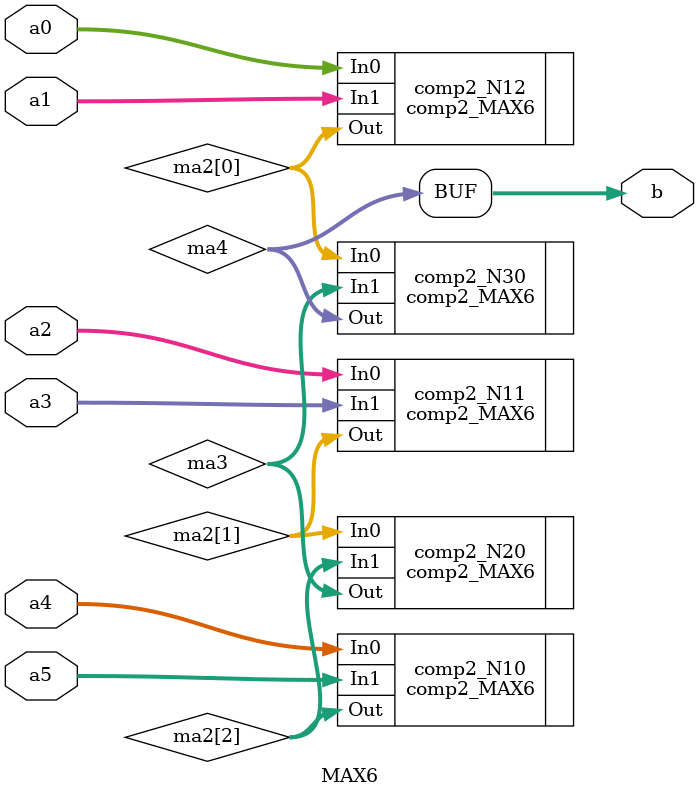
<source format=v>

module MAX6(a5,a4,a3,a2,a1,a0,b);

//--------------------------------
// a5-a0: Input unsorted Vector;
// b    : Output MAX value;
//--------------------------------

input wire  [5:0] a5,a4,a3,a2,a1,a0;
output wire [5:0] b;

wire [5:0] ma2 [2:0];
wire [5:0] ma3;
wire [5:0] ma4;

// Depth=1
comp2_MAX6 comp2_N10(.In1(a5), .In0(a4), .Out(ma2[2])); //(5,4)
comp2_MAX6 comp2_N11(.In1(a3), .In0(a2), .Out(ma2[1])); //(3,2)
comp2_MAX6 comp2_N12(.In1(a1), .In0(a0), .Out(ma2[0])); //(1,0)

// Depth=2
comp2_MAX6 comp2_N20(.In1(ma2[2]), .In0(ma2[1]), .Out(ma3));

// Depth=3
comp2_MAX6 comp2_N30(.In1(ma3), .In0(ma2[0]), .Out(ma4));

// Output
assign b=ma4;

endmodule
</source>
